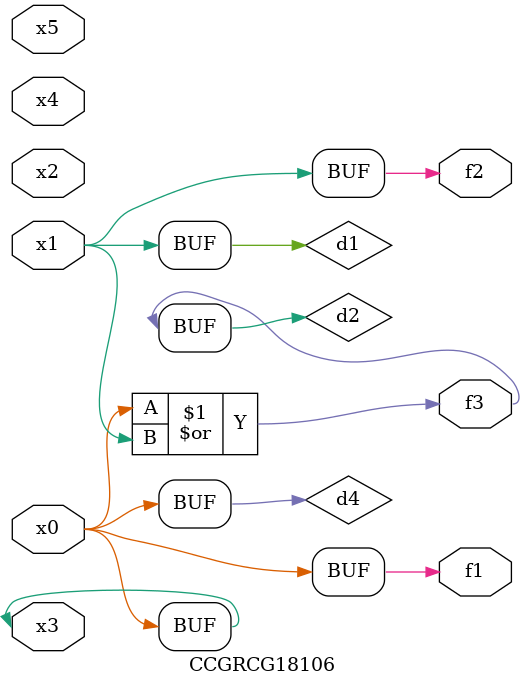
<source format=v>
module CCGRCG18106(
	input x0, x1, x2, x3, x4, x5,
	output f1, f2, f3
);

	wire d1, d2, d3, d4;

	and (d1, x1);
	or (d2, x0, x1);
	nand (d3, x0, x5);
	buf (d4, x0, x3);
	assign f1 = d4;
	assign f2 = d1;
	assign f3 = d2;
endmodule

</source>
